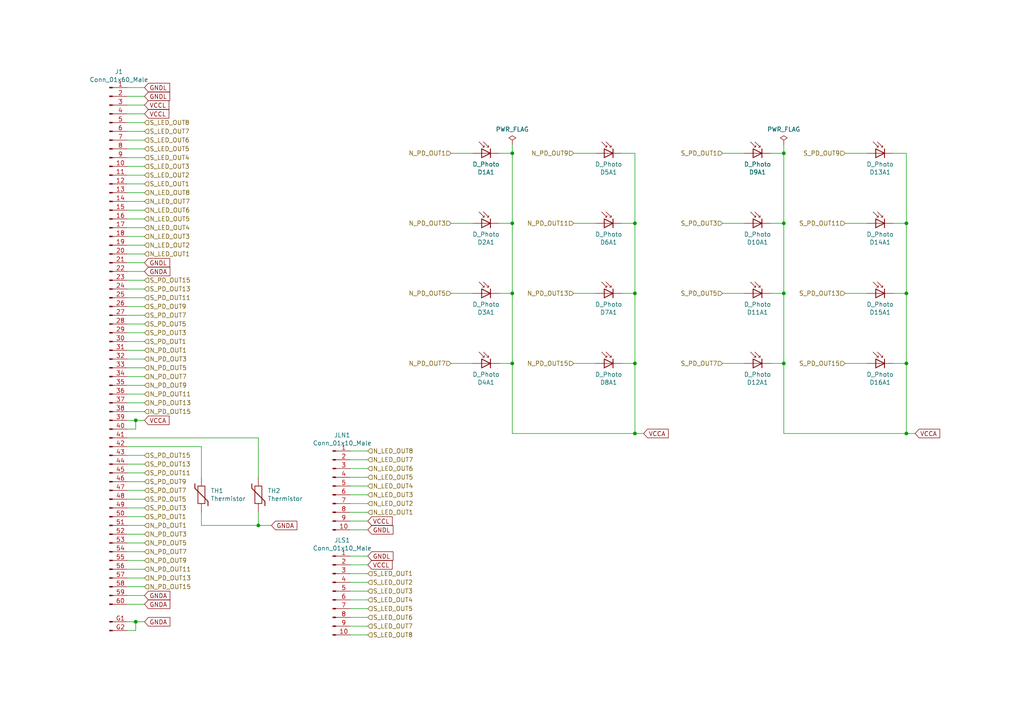
<source format=kicad_sch>
(kicad_sch (version 20211123) (generator eeschema)
  (paper "A4")
  (lib_symbols
    (symbol "Connector:Conn_01x10_Male" (pin_names (offset 1.016) hide)
      (property "Reference" "J" (at 0 12.7 0))
      (property "Value" "Conn_01x10_Male" (at 0 -15.24 0))
      (symbol "Conn_01x10_Male_1_1"
        (polyline (pts (xy 1.27 -12.7) (xy 0.8636 -12.7)) (stroke (width 0.1524)))
        (polyline (pts (xy 1.27 -10.16) (xy 0.8636 -10.16)) (stroke (width 0.1524)))
        (polyline (pts (xy 1.27 -7.62) (xy 0.8636 -7.62)) (stroke (width 0.1524)))
        (polyline (pts (xy 1.27 -5.08) (xy 0.8636 -5.08)) (stroke (width 0.1524)))
        (polyline (pts (xy 1.27 -2.54) (xy 0.8636 -2.54)) (stroke (width 0.1524)))
        (polyline (pts (xy 1.27 0) (xy 0.8636 0)) (stroke (width 0.1524)))
        (polyline (pts (xy 1.27 2.54) (xy 0.8636 2.54)) (stroke (width 0.1524)))
        (polyline (pts (xy 1.27 5.08) (xy 0.8636 5.08)) (stroke (width 0.1524)))
        (polyline (pts (xy 1.27 7.62) (xy 0.8636 7.62)) (stroke (width 0.1524)))
        (polyline (pts (xy 1.27 10.16) (xy 0.8636 10.16)) (stroke (width 0.1524)))
        (rectangle (start 0.8636 -12.573) (end 0 -12.827) (stroke (width 0.1524)) (fill (type outline)))
        (rectangle (start 0.8636 -10.033) (end 0 -10.287) (stroke (width 0.1524)) (fill (type outline)))
        (rectangle (start 0.8636 -7.493) (end 0 -7.747) (stroke (width 0.1524)) (fill (type outline)))
        (rectangle (start 0.8636 -4.953) (end 0 -5.207) (stroke (width 0.1524)) (fill (type outline)))
        (rectangle (start 0.8636 -2.413) (end 0 -2.667) (stroke (width 0.1524)) (fill (type outline)))
        (rectangle (start 0.8636 0.127) (end 0 -0.127) (stroke (width 0.1524)) (fill (type outline)))
        (rectangle (start 0.8636 2.667) (end 0 2.413) (stroke (width 0.1524)) (fill (type outline)))
        (rectangle (start 0.8636 5.207) (end 0 4.953) (stroke (width 0.1524)) (fill (type outline)))
        (rectangle (start 0.8636 7.747) (end 0 7.493) (stroke (width 0.1524)) (fill (type outline)))
        (rectangle (start 0.8636 10.287) (end 0 10.033) (stroke (width 0.1524)) (fill (type outline)))
        (pin passive line (at 5.08 10.16 180) (length 3.81) (name "Pin_1") (number "1"))
        (pin passive line (at 5.08 -12.7 180) (length 3.81) (name "Pin_10") (number "10"))
        (pin passive line (at 5.08 7.62 180) (length 3.81) (name "Pin_2") (number "2"))
        (pin passive line (at 5.08 5.08 180) (length 3.81) (name "Pin_3") (number "3"))
        (pin passive line (at 5.08 2.54 180) (length 3.81) (name "Pin_4") (number "4"))
        (pin passive line (at 5.08 0 180) (length 3.81) (name "Pin_5") (number "5"))
        (pin passive line (at 5.08 -2.54 180) (length 3.81) (name "Pin_6") (number "6"))
        (pin passive line (at 5.08 -5.08 180) (length 3.81) (name "Pin_7") (number "7"))
        (pin passive line (at 5.08 -7.62 180) (length 3.81) (name "Pin_8") (number "8"))
        (pin passive line (at 5.08 -10.16 180) (length 3.81) (name "Pin_9") (number "9"))
      )
    )
    (symbol "Device:D_Photo" (pin_numbers hide) (pin_names hide)
      (property "Reference" "D" (at 0.508 1.778 0))
      (property "Value" "D_Photo" (at -1.016 -2.794 0))
      (symbol "D_Photo_0_1"
        (polyline (pts (xy -2.54 1.27) (xy -2.54 -1.27)) (stroke (width 0.254)))
        (polyline (pts (xy -2.032 1.778) (xy -1.524 1.778)))
        (polyline (pts (xy 0 0) (xy -2.54 0)))
        (polyline (pts (xy -0.508 3.302) (xy -2.032 1.778) (xy -2.032 2.286)))
        (polyline (pts (xy 0 -1.27) (xy 0 1.27) (xy -2.54 0) (xy 0 -1.27)) (stroke (width 0.254)))
        (polyline (pts (xy 0.762 3.302) (xy -0.762 1.778) (xy -0.762 2.286) (xy -0.762 1.778) (xy -0.254 1.778)))
      )
      (symbol "D_Photo_1_1"
        (pin passive line (at -5.08 0 0) (length 2.54) (name "K") (number "1"))
        (pin passive line (at 2.54 0 180) (length 2.54) (name "A") (number "2"))
      )
    )
    (symbol "Device:Thermistor" (pin_numbers hide) (pin_names (offset 0))
      (property "Reference" "TH" (at 2.54 1.27 90))
      (property "Value" "Thermistor" (at -2.54 0 90))
      (symbol "Thermistor_0_1"
        (rectangle (start -1.016 2.54) (end 1.016 -2.54) (stroke (width 0.2032)))
        (polyline (pts (xy -1.905 3.175) (xy -1.905 1.905) (xy 1.905 -1.905) (xy 1.905 -3.175) (xy 1.905 -3.175)) (stroke (width 0.254)))
      )
      (symbol "Thermistor_1_1"
        (pin passive line (at 0 5.08 270) (length 2.54) (name "~") (number "1"))
        (pin passive line (at 0 -5.08 90) (length 2.54) (name "~") (number "2"))
      )
    )
    (symbol "Ninja-qPCR:Conn_01x60_Male" (pin_names (offset 1.016) hide)
      (property "Reference" "J" (at 0 50.8 0))
      (property "Value" "Conn_01x60_Male" (at 1.27 -113.03 0))
      (symbol "Conn_01x60_Male_1_1"
        (polyline (pts (xy 1.27 -109.22) (xy 0.8636 -109.22)) (stroke (width 0.1524)))
        (polyline (pts (xy 1.27 -106.68) (xy 0.8636 -106.68)) (stroke (width 0.1524)))
        (polyline (pts (xy 1.27 -101.6) (xy 0.8636 -101.6)) (stroke (width 0.1524)))
        (polyline (pts (xy 1.27 -99.06) (xy 0.8636 -99.06)) (stroke (width 0.1524)))
        (polyline (pts (xy 1.27 -96.52) (xy 0.8636 -96.52)) (stroke (width 0.1524)))
        (polyline (pts (xy 1.27 -93.98) (xy 0.8636 -93.98)) (stroke (width 0.1524)))
        (polyline (pts (xy 1.27 -91.44) (xy 0.8636 -91.44)) (stroke (width 0.1524)))
        (polyline (pts (xy 1.27 -88.9) (xy 0.8636 -88.9)) (stroke (width 0.1524)))
        (polyline (pts (xy 1.27 -86.36) (xy 0.8636 -86.36)) (stroke (width 0.1524)))
        (polyline (pts (xy 1.27 -83.82) (xy 0.8636 -83.82)) (stroke (width 0.1524)))
        (polyline (pts (xy 1.27 -81.28) (xy 0.8636 -81.28)) (stroke (width 0.1524)))
        (polyline (pts (xy 1.27 -78.74) (xy 0.8636 -78.74)) (stroke (width 0.1524)))
        (polyline (pts (xy 1.27 -76.2) (xy 0.8636 -76.2)) (stroke (width 0.1524)))
        (polyline (pts (xy 1.27 -73.66) (xy 0.8636 -73.66)) (stroke (width 0.1524)))
        (polyline (pts (xy 1.27 -71.12) (xy 0.8636 -71.12)) (stroke (width 0.1524)))
        (polyline (pts (xy 1.27 -68.58) (xy 0.8636 -68.58)) (stroke (width 0.1524)))
        (polyline (pts (xy 1.27 -66.04) (xy 0.8636 -66.04)) (stroke (width 0.1524)))
        (polyline (pts (xy 1.27 -63.5) (xy 0.8636 -63.5)) (stroke (width 0.1524)))
        (polyline (pts (xy 1.27 -60.96) (xy 0.8636 -60.96)) (stroke (width 0.1524)))
        (polyline (pts (xy 1.27 -58.42) (xy 0.8636 -58.42)) (stroke (width 0.1524)))
        (polyline (pts (xy 1.27 -55.88) (xy 0.8636 -55.88)) (stroke (width 0.1524)))
        (polyline (pts (xy 1.27 -53.34) (xy 0.8636 -53.34)) (stroke (width 0.1524)))
        (polyline (pts (xy 1.27 -50.8) (xy 0.8636 -50.8)) (stroke (width 0.1524)))
        (polyline (pts (xy 1.27 -48.26) (xy 0.8636 -48.26)) (stroke (width 0.1524)))
        (polyline (pts (xy 1.27 -45.72) (xy 0.8636 -45.72)) (stroke (width 0.1524)))
        (polyline (pts (xy 1.27 -43.18) (xy 0.8636 -43.18)) (stroke (width 0.1524)))
        (polyline (pts (xy 1.27 -40.64) (xy 0.8636 -40.64)) (stroke (width 0.1524)))
        (polyline (pts (xy 1.27 -38.1) (xy 0.8636 -38.1)) (stroke (width 0.1524)))
        (polyline (pts (xy 1.27 -35.56) (xy 0.8636 -35.56)) (stroke (width 0.1524)))
        (polyline (pts (xy 1.27 -33.02) (xy 0.8636 -33.02)) (stroke (width 0.1524)))
        (polyline (pts (xy 1.27 -30.48) (xy 0.8636 -30.48)) (stroke (width 0.1524)))
        (polyline (pts (xy 1.27 -27.94) (xy 0.8636 -27.94)) (stroke (width 0.1524)))
        (polyline (pts (xy 1.27 -25.4) (xy 0.8636 -25.4)) (stroke (width 0.1524)))
        (polyline (pts (xy 1.27 -22.86) (xy 0.8636 -22.86)) (stroke (width 0.1524)))
        (polyline (pts (xy 1.27 -20.32) (xy 0.8636 -20.32)) (stroke (width 0.1524)))
        (polyline (pts (xy 1.27 -17.78) (xy 0.8636 -17.78)) (stroke (width 0.1524)))
        (polyline (pts (xy 1.27 -15.24) (xy 0.8636 -15.24)) (stroke (width 0.1524)))
        (polyline (pts (xy 1.27 -12.7) (xy 0.8636 -12.7)) (stroke (width 0.1524)))
        (polyline (pts (xy 1.27 -10.16) (xy 0.8636 -10.16)) (stroke (width 0.1524)))
        (polyline (pts (xy 1.27 -7.62) (xy 0.8636 -7.62)) (stroke (width 0.1524)))
        (polyline (pts (xy 1.27 -5.08) (xy 0.8636 -5.08)) (stroke (width 0.1524)))
        (polyline (pts (xy 1.27 -2.54) (xy 0.8636 -2.54)) (stroke (width 0.1524)))
        (polyline (pts (xy 1.27 0) (xy 0.8636 0)) (stroke (width 0.1524)))
        (polyline (pts (xy 1.27 2.54) (xy 0.8636 2.54)) (stroke (width 0.1524)))
        (polyline (pts (xy 1.27 5.08) (xy 0.8636 5.08)) (stroke (width 0.1524)))
        (polyline (pts (xy 1.27 7.62) (xy 0.8636 7.62)) (stroke (width 0.1524)))
        (polyline (pts (xy 1.27 10.16) (xy 0.8636 10.16)) (stroke (width 0.1524)))
        (polyline (pts (xy 1.27 12.7) (xy 0.8636 12.7)) (stroke (width 0.1524)))
        (polyline (pts (xy 1.27 15.24) (xy 0.8636 15.24)) (stroke (width 0.1524)))
        (polyline (pts (xy 1.27 17.78) (xy 0.8636 17.78)) (stroke (width 0.1524)))
        (polyline (pts (xy 1.27 20.32) (xy 0.8636 20.32)) (stroke (width 0.1524)))
        (polyline (pts (xy 1.27 22.86) (xy 0.8636 22.86)) (stroke (width 0.1524)))
        (polyline (pts (xy 1.27 25.4) (xy 0.8636 25.4)) (stroke (width 0.1524)))
        (polyline (pts (xy 1.27 27.94) (xy 0.8636 27.94)) (stroke (width 0.1524)))
        (polyline (pts (xy 1.27 30.48) (xy 0.8636 30.48)) (stroke (width 0.1524)))
        (polyline (pts (xy 1.27 33.02) (xy 0.8636 33.02)) (stroke (width 0.1524)))
        (polyline (pts (xy 1.27 35.56) (xy 0.8636 35.56)) (stroke (width 0.1524)))
        (polyline (pts (xy 1.27 38.1) (xy 0.8636 38.1)) (stroke (width 0.1524)))
        (polyline (pts (xy 1.27 40.64) (xy 0.8636 40.64)) (stroke (width 0.1524)))
        (polyline (pts (xy 1.27 43.18) (xy 0.8636 43.18)) (stroke (width 0.1524)))
        (polyline (pts (xy 1.27 45.72) (xy 0.8636 45.72)) (stroke (width 0.1524)))
        (polyline (pts (xy 1.27 48.26) (xy 0.8636 48.26)) (stroke (width 0.1524)))
        (rectangle (start 0.8636 -109.093) (end 0 -109.347) (stroke (width 0.1524)) (fill (type outline)))
        (rectangle (start 0.8636 -106.553) (end 0 -106.807) (stroke (width 0.1524)) (fill (type outline)))
        (rectangle (start 0.8636 -101.473) (end 0 -101.727) (stroke (width 0.1524)) (fill (type outline)))
        (rectangle (start 0.8636 -98.933) (end 0 -99.187) (stroke (width 0.1524)) (fill (type outline)))
        (rectangle (start 0.8636 -96.393) (end 0 -96.647) (stroke (width 0.1524)) (fill (type outline)))
        (rectangle (start 0.8636 -93.853) (end 0 -94.107) (stroke (width 0.1524)) (fill (type outline)))
        (rectangle (start 0.8636 -91.313) (end 0 -91.567) (stroke (width 0.1524)) (fill (type outline)))
        (rectangle (start 0.8636 -88.773) (end 0 -89.027) (stroke (width 0.1524)) (fill (type outline)))
        (rectangle (start 0.8636 -86.233) (end 0 -86.487) (stroke (width 0.1524)) (fill (type outline)))
        (rectangle (start 0.8636 -83.693) (end 0 -83.947) (stroke (width 0.1524)) (fill (type outline)))
        (rectangle (start 0.8636 -81.153) (end 0 -81.407) (stroke (width 0.1524)) (fill (type outline)))
        (rectangle (start 0.8636 -78.613) (end 0 -78.867) (stroke (width 0.1524)) (fill (type outline)))
        (rectangle (start 0.8636 -76.073) (end 0 -76.327) (stroke (width 0.1524)) (fill (type outline)))
        (rectangle (start 0.8636 -73.533) (end 0 -73.787) (stroke (width 0.1524)) (fill (type outline)))
        (rectangle (start 0.8636 -70.993) (end 0 -71.247) (stroke (width 0.1524)) (fill (type outline)))
        (rectangle (start 0.8636 -68.453) (end 0 -68.707) (stroke (width 0.1524)) (fill (type outline)))
        (rectangle (start 0.8636 -65.913) (end 0 -66.167) (stroke (width 0.1524)) (fill (type outline)))
        (rectangle (start 0.8636 -63.373) (end 0 -63.627) (stroke (width 0.1524)) (fill (type outline)))
        (rectangle (start 0.8636 -60.833) (end 0 -61.087) (stroke (width 0.1524)) (fill (type outline)))
        (rectangle (start 0.8636 -58.293) (end 0 -58.547) (stroke (width 0.1524)) (fill (type outline)))
        (rectangle (start 0.8636 -55.753) (end 0 -56.007) (stroke (width 0.1524)) (fill (type outline)))
        (rectangle (start 0.8636 -53.213) (end 0 -53.467) (stroke (width 0.1524)) (fill (type outline)))
        (rectangle (start 0.8636 -50.673) (end 0 -50.927) (stroke (width 0.1524)) (fill (type outline)))
        (rectangle (start 0.8636 -48.133) (end 0 -48.387) (stroke (width 0.1524)) (fill (type outline)))
        (rectangle (start 0.8636 -45.593) (end 0 -45.847) (stroke (width 0.1524)) (fill (type outline)))
        (rectangle (start 0.8636 -43.053) (end 0 -43.307) (stroke (width 0.1524)) (fill (type outline)))
        (rectangle (start 0.8636 -40.513) (end 0 -40.767) (stroke (width 0.1524)) (fill (type outline)))
        (rectangle (start 0.8636 -37.973) (end 0 -38.227) (stroke (width 0.1524)) (fill (type outline)))
        (rectangle (start 0.8636 -35.433) (end 0 -35.687) (stroke (width 0.1524)) (fill (type outline)))
        (rectangle (start 0.8636 -32.893) (end 0 -33.147) (stroke (width 0.1524)) (fill (type outline)))
        (rectangle (start 0.8636 -30.353) (end 0 -30.607) (stroke (width 0.1524)) (fill (type outline)))
        (rectangle (start 0.8636 -27.813) (end 0 -28.067) (stroke (width 0.1524)) (fill (type outline)))
        (rectangle (start 0.8636 -25.273) (end 0 -25.527) (stroke (width 0.1524)) (fill (type outline)))
        (rectangle (start 0.8636 -22.733) (end 0 -22.987) (stroke (width 0.1524)) (fill (type outline)))
        (rectangle (start 0.8636 -20.193) (end 0 -20.447) (stroke (width 0.1524)) (fill (type outline)))
        (rectangle (start 0.8636 -17.653) (end 0 -17.907) (stroke (width 0.1524)) (fill (type outline)))
        (rectangle (start 0.8636 -15.113) (end 0 -15.367) (stroke (width 0.1524)) (fill (type outline)))
        (rectangle (start 0.8636 -12.573) (end 0 -12.827) (stroke (width 0.1524)) (fill (type outline)))
        (rectangle (start 0.8636 -10.033) (end 0 -10.287) (stroke (width 0.1524)) (fill (type outline)))
        (rectangle (start 0.8636 -7.493) (end 0 -7.747) (stroke (width 0.1524)) (fill (type outline)))
        (rectangle (start 0.8636 -4.953) (end 0 -5.207) (stroke (width 0.1524)) (fill (type outline)))
        (rectangle (start 0.8636 -2.413) (end 0 -2.667) (stroke (width 0.1524)) (fill (type outline)))
        (rectangle (start 0.8636 0.127) (end 0 -0.127) (stroke (width 0.1524)) (fill (type outline)))
        (rectangle (start 0.8636 2.667) (end 0 2.413) (stroke (width 0.1524)) (fill (type outline)))
        (rectangle (start 0.8636 5.207) (end 0 4.953) (stroke (width 0.1524)) (fill (type outline)))
        (rectangle (start 0.8636 7.747) (end 0 7.493) (stroke (width 0.1524)) (fill (type outline)))
        (rectangle (start 0.8636 10.287) (end 0 10.033) (stroke (width 0.1524)) (fill (type outline)))
        (rectangle (start 0.8636 12.827) (end 0 12.573) (stroke (width 0.1524)) (fill (type outline)))
        (rectangle (start 0.8636 15.367) (end 0 15.113) (stroke (width 0.1524)) (fill (type outline)))
        (rectangle (start 0.8636 17.907) (end 0 17.653) (stroke (width 0.1524)) (fill (type outline)))
        (rectangle (start 0.8636 20.447) (end 0 20.193) (stroke (width 0.1524)) (fill (type outline)))
        (rectangle (start 0.8636 22.987) (end 0 22.733) (stroke (width 0.1524)) (fill (type outline)))
        (rectangle (start 0.8636 25.527) (end 0 25.273) (stroke (width 0.1524)) (fill (type outline)))
        (rectangle (start 0.8636 28.067) (end 0 27.813) (stroke (width 0.1524)) (fill (type outline)))
        (rectangle (start 0.8636 30.607) (end 0 30.353) (stroke (width 0.1524)) (fill (type outline)))
        (rectangle (start 0.8636 33.147) (end 0 32.893) (stroke (width 0.1524)) (fill (type outline)))
        (rectangle (start 0.8636 35.687) (end 0 35.433) (stroke (width 0.1524)) (fill (type outline)))
        (rectangle (start 0.8636 38.227) (end 0 37.973) (stroke (width 0.1524)) (fill (type outline)))
        (rectangle (start 0.8636 40.767) (end 0 40.513) (stroke (width 0.1524)) (fill (type outline)))
        (rectangle (start 0.8636 43.307) (end 0 43.053) (stroke (width 0.1524)) (fill (type outline)))
        (rectangle (start 0.8636 45.847) (end 0 45.593) (stroke (width 0.1524)) (fill (type outline)))
        (rectangle (start 0.8636 48.387) (end 0 48.133) (stroke (width 0.1524)) (fill (type outline)))
        (pin passive line (at 5.08 48.26 180) (length 3.81) (name "Pin_1") (number "1"))
        (pin passive line (at 5.08 25.4 180) (length 3.81) (name "Pin_10") (number "10"))
        (pin passive line (at 5.08 22.86 180) (length 3.81) (name "Pin_11") (number "11"))
        (pin passive line (at 5.08 20.32 180) (length 3.81) (name "Pin_12") (number "12"))
        (pin passive line (at 5.08 17.78 180) (length 3.81) (name "Pin_13") (number "13"))
        (pin passive line (at 5.08 15.24 180) (length 3.81) (name "Pin_14") (number "14"))
        (pin passive line (at 5.08 12.7 180) (length 3.81) (name "Pin_15") (number "15"))
        (pin passive line (at 5.08 10.16 180) (length 3.81) (name "Pin_16") (number "16"))
        (pin passive line (at 5.08 7.62 180) (length 3.81) (name "Pin_17") (number "17"))
        (pin passive line (at 5.08 5.08 180) (length 3.81) (name "Pin_18") (number "18"))
        (pin passive line (at 5.08 2.54 180) (length 3.81) (name "Pin_19") (number "19"))
        (pin passive line (at 5.08 45.72 180) (length 3.81) (name "Pin_2") (number "2"))
        (pin passive line (at 5.08 0 180) (length 3.81) (name "Pin_20") (number "20"))
        (pin passive line (at 5.08 -2.54 180) (length 3.81) (name "Pin_21") (number "21"))
        (pin passive line (at 5.08 -5.08 180) (length 3.81) (name "Pin_22") (number "22"))
        (pin passive line (at 5.08 -7.62 180) (length 3.81) (name "Pin_23") (number "23"))
        (pin passive line (at 5.08 -10.16 180) (length 3.81) (name "Pin_24") (number "24"))
        (pin passive line (at 5.08 -12.7 180) (length 3.81) (name "Pin_25") (number "25"))
        (pin passive line (at 5.08 -15.24 180) (length 3.81) (name "Pin_26") (number "26"))
        (pin passive line (at 5.08 -17.78 180) (length 3.81) (name "Pin_27") (number "27"))
        (pin passive line (at 5.08 -20.32 180) (length 3.81) (name "Pin_28") (number "28"))
        (pin passive line (at 5.08 -22.86 180) (length 3.81) (name "Pin_29") (number "29"))
        (pin passive line (at 5.08 43.18 180) (length 3.81) (name "Pin_3") (number "3"))
        (pin passive line (at 5.08 -25.4 180) (length 3.81) (name "Pin_30") (number "30"))
        (pin passive line (at 5.08 -27.94 180) (length 3.81) (name "Pin_31") (number "31"))
        (pin passive line (at 5.08 -30.48 180) (length 3.81) (name "Pin_32") (number "32"))
        (pin passive line (at 5.08 -33.02 180) (length 3.81) (name "Pin_33") (number "33"))
        (pin passive line (at 5.08 -35.56 180) (length 3.81) (name "Pin_34") (number "34"))
        (pin passive line (at 5.08 -38.1 180) (length 3.81) (name "Pin_35") (number "35"))
        (pin passive line (at 5.08 -40.64 180) (length 3.81) (name "Pin_36") (number "36"))
        (pin passive line (at 5.08 -43.18 180) (length 3.81) (name "Pin_37") (number "37"))
        (pin passive line (at 5.08 -45.72 180) (length 3.81) (name "Pin_38") (number "38"))
        (pin passive line (at 5.08 -48.26 180) (length 3.81) (name "Pin_39") (number "39"))
        (pin passive line (at 5.08 40.64 180) (length 3.81) (name "Pin_4") (number "4"))
        (pin passive line (at 5.08 -50.8 180) (length 3.81) (name "Pin_40") (number "40"))
        (pin passive line (at 5.08 -53.34 180) (length 3.81) (name "Pin_41") (number "41"))
        (pin passive line (at 5.08 -55.88 180) (length 3.81) (name "Pin_42") (number "42"))
        (pin passive line (at 5.08 -58.42 180) (length 3.81) (name "Pin_43") (number "43"))
        (pin passive line (at 5.08 -60.96 180) (length 3.81) (name "Pin_44") (number "44"))
        (pin passive line (at 5.08 -63.5 180) (length 3.81) (name "Pin_45") (number "45"))
        (pin passive line (at 5.08 -66.04 180) (length 3.81) (name "Pin_46") (number "46"))
        (pin passive line (at 5.08 -68.58 180) (length 3.81) (name "Pin_47") (number "47"))
        (pin passive line (at 5.08 -71.12 180) (length 3.81) (name "Pin_48") (number "48"))
        (pin passive line (at 5.08 -73.66 180) (length 3.81) (name "Pin_49") (number "49"))
        (pin passive line (at 5.08 38.1 180) (length 3.81) (name "Pin_5") (number "5"))
        (pin passive line (at 5.08 -76.2 180) (length 3.81) (name "Pin_50") (number "50"))
        (pin passive line (at 5.08 -78.74 180) (length 3.81) (name "Pin_51") (number "51"))
        (pin passive line (at 5.08 -81.28 180) (length 3.81) (name "Pin_52") (number "52"))
        (pin passive line (at 5.08 -83.82 180) (length 3.81) (name "Pin_53") (number "53"))
        (pin passive line (at 5.08 -86.36 180) (length 3.81) (name "Pin_54") (number "54"))
        (pin passive line (at 5.08 -88.9 180) (length 3.81) (name "Pin_55") (number "55"))
        (pin passive line (at 5.08 -91.44 180) (length 3.81) (name "Pin_56") (number "56"))
        (pin passive line (at 5.08 -93.98 180) (length 3.81) (name "Pin_57") (number "57"))
        (pin passive line (at 5.08 -96.52 180) (length 3.81) (name "Pin_58") (number "58"))
        (pin passive line (at 5.08 -99.06 180) (length 3.81) (name "Pin_59") (number "59"))
        (pin passive line (at 5.08 35.56 180) (length 3.81) (name "Pin_6") (number "6"))
        (pin passive line (at 5.08 -101.6 180) (length 3.81) (name "Pin_60") (number "60"))
        (pin passive line (at 5.08 33.02 180) (length 3.81) (name "Pin_7") (number "7"))
        (pin passive line (at 5.08 30.48 180) (length 3.81) (name "Pin_8") (number "8"))
        (pin passive line (at 5.08 27.94 180) (length 3.81) (name "Pin_9") (number "9"))
        (pin passive line (at 5.08 -106.68 180) (length 3.81) (name "Pin_G1") (number "G1"))
        (pin passive line (at 5.08 -109.22 180) (length 3.81) (name "Pin_G2") (number "G2"))
      )
    )
    (symbol "power:PWR_FLAG" (power) (pin_numbers hide) (pin_names (offset 0) hide)
      (property "Value" "PWR_FLAG" (at 0 3.81 0))
      (symbol "PWR_FLAG_0_0"
        (pin power_out line (at 0 0 90) (length 0) (name "pwr") (number "1"))
      )
      (symbol "PWR_FLAG_0_1"
        (polyline (pts (xy 0 0) (xy 0 1.27) (xy -1.016 1.905) (xy 0 2.54) (xy 1.016 1.905) (xy 0 1.27)))
      )
    )
  )
  (junction (at 262.89 85.09))
  (junction (at 262.89 125.73))
  (junction (at 74.93 152.4))
  (junction (at 39.37 121.92))
  (junction (at 227.33 64.77))
  (junction (at 148.59 85.09))
  (junction (at 227.33 44.45))
  (junction (at 227.33 105.41))
  (junction (at 184.15 105.41))
  (junction (at 39.37 180.34))
  (junction (at 184.15 64.77))
  (junction (at 227.33 85.09))
  (junction (at 262.89 64.77))
  (junction (at 148.59 64.77))
  (junction (at 184.15 125.73))
  (junction (at 148.59 105.41))
  (junction (at 184.15 85.09))
  (junction (at 262.89 105.41))
  (junction (at 148.59 44.45))
  (wire (pts (xy 227.33 85.09) (xy 227.33 105.41)))
  (wire (pts (xy 74.93 127) (xy 74.93 138.43)))
  (wire (pts (xy 106.68 184.15) (xy 101.6 184.15)))
  (wire (pts (xy 36.83 142.24) (xy 41.91 142.24)))
  (wire (pts (xy 223.52 64.77) (xy 227.33 64.77)))
  (wire (pts (xy 36.83 48.26) (xy 41.91 48.26)))
  (wire (pts (xy 36.83 175.26) (xy 41.91 175.26)))
  (wire (pts (xy 144.78 105.41) (xy 148.59 105.41)))
  (wire (pts (xy 106.68 171.45) (xy 101.6 171.45)))
  (wire (pts (xy 148.59 44.45) (xy 148.59 64.77)))
  (wire (pts (xy 262.89 105.41) (xy 262.89 125.73)))
  (wire (pts (xy 106.68 146.05) (xy 101.6 146.05)))
  (wire (pts (xy 36.83 147.32) (xy 41.91 147.32)))
  (wire (pts (xy 74.93 152.4) (xy 78.74 152.4)))
  (wire (pts (xy 36.83 99.06) (xy 41.91 99.06)))
  (wire (pts (xy 39.37 124.46) (xy 39.37 121.92)))
  (wire (pts (xy 101.6 148.59) (xy 106.68 148.59)))
  (wire (pts (xy 36.83 104.14) (xy 41.91 104.14)))
  (wire (pts (xy 36.83 53.34) (xy 41.91 53.34)))
  (wire (pts (xy 36.83 73.66) (xy 41.91 73.66)))
  (wire (pts (xy 245.11 44.45) (xy 251.46 44.45)))
  (wire (pts (xy 36.83 43.18) (xy 41.91 43.18)))
  (wire (pts (xy 36.83 58.42) (xy 41.91 58.42)))
  (wire (pts (xy 144.78 85.09) (xy 148.59 85.09)))
  (wire (pts (xy 223.52 44.45) (xy 227.33 44.45)))
  (wire (pts (xy 166.37 44.45) (xy 172.72 44.45)))
  (wire (pts (xy 184.15 125.73) (xy 148.59 125.73)))
  (wire (pts (xy 180.34 105.41) (xy 184.15 105.41)))
  (wire (pts (xy 36.83 76.2) (xy 41.91 76.2)))
  (wire (pts (xy 36.83 111.76) (xy 41.91 111.76)))
  (wire (pts (xy 36.83 68.58) (xy 41.91 68.58)))
  (wire (pts (xy 106.68 151.13) (xy 101.6 151.13)))
  (wire (pts (xy 36.83 180.34) (xy 39.37 180.34)))
  (wire (pts (xy 36.83 160.02) (xy 41.91 160.02)))
  (wire (pts (xy 36.83 106.68) (xy 41.91 106.68)))
  (wire (pts (xy 74.93 148.59) (xy 74.93 152.4)))
  (wire (pts (xy 130.81 105.41) (xy 137.16 105.41)))
  (wire (pts (xy 106.68 135.89) (xy 101.6 135.89)))
  (wire (pts (xy 36.83 116.84) (xy 41.91 116.84)))
  (wire (pts (xy 144.78 44.45) (xy 148.59 44.45)))
  (wire (pts (xy 101.6 138.43) (xy 106.68 138.43)))
  (wire (pts (xy 148.59 41.91) (xy 148.59 44.45)))
  (wire (pts (xy 36.83 86.36) (xy 41.91 86.36)))
  (wire (pts (xy 36.83 172.72) (xy 41.91 172.72)))
  (wire (pts (xy 184.15 44.45) (xy 184.15 64.77)))
  (wire (pts (xy 36.83 50.8) (xy 41.91 50.8)))
  (wire (pts (xy 227.33 105.41) (xy 227.33 125.73)))
  (wire (pts (xy 36.83 66.04) (xy 41.91 66.04)))
  (wire (pts (xy 36.83 165.1) (xy 41.91 165.1)))
  (wire (pts (xy 180.34 44.45) (xy 184.15 44.45)))
  (wire (pts (xy 36.83 25.4) (xy 41.91 25.4)))
  (wire (pts (xy 106.68 166.37) (xy 101.6 166.37)))
  (wire (pts (xy 36.83 93.98) (xy 41.91 93.98)))
  (wire (pts (xy 259.08 64.77) (xy 262.89 64.77)))
  (wire (pts (xy 245.11 105.41) (xy 251.46 105.41)))
  (wire (pts (xy 262.89 85.09) (xy 262.89 105.41)))
  (wire (pts (xy 36.83 157.48) (xy 41.91 157.48)))
  (wire (pts (xy 106.68 179.07) (xy 101.6 179.07)))
  (wire (pts (xy 223.52 85.09) (xy 227.33 85.09)))
  (wire (pts (xy 36.83 170.18) (xy 41.91 170.18)))
  (wire (pts (xy 36.83 88.9) (xy 41.91 88.9)))
  (wire (pts (xy 36.83 38.1) (xy 41.91 38.1)))
  (wire (pts (xy 36.83 154.94) (xy 41.91 154.94)))
  (wire (pts (xy 262.89 125.73) (xy 227.33 125.73)))
  (wire (pts (xy 36.83 81.28) (xy 41.91 81.28)))
  (wire (pts (xy 36.83 124.46) (xy 39.37 124.46)))
  (wire (pts (xy 106.68 173.99) (xy 101.6 173.99)))
  (wire (pts (xy 223.52 105.41) (xy 227.33 105.41)))
  (wire (pts (xy 36.83 91.44) (xy 41.91 91.44)))
  (wire (pts (xy 106.68 163.83) (xy 101.6 163.83)))
  (wire (pts (xy 245.11 85.09) (xy 251.46 85.09)))
  (wire (pts (xy 36.83 139.7) (xy 41.91 139.7)))
  (wire (pts (xy 130.81 44.45) (xy 137.16 44.45)))
  (wire (pts (xy 36.83 134.62) (xy 41.91 134.62)))
  (wire (pts (xy 36.83 71.12) (xy 41.91 71.12)))
  (wire (pts (xy 259.08 85.09) (xy 262.89 85.09)))
  (wire (pts (xy 148.59 105.41) (xy 148.59 125.73)))
  (wire (pts (xy 36.83 27.94) (xy 41.91 27.94)))
  (wire (pts (xy 36.83 127) (xy 74.93 127)))
  (wire (pts (xy 36.83 45.72) (xy 41.91 45.72)))
  (wire (pts (xy 36.83 63.5) (xy 41.91 63.5)))
  (wire (pts (xy 180.34 64.77) (xy 184.15 64.77)))
  (wire (pts (xy 186.69 125.73) (xy 184.15 125.73)))
  (wire (pts (xy 39.37 121.92) (xy 41.91 121.92)))
  (wire (pts (xy 36.83 152.4) (xy 41.91 152.4)))
  (wire (pts (xy 36.83 35.56) (xy 41.91 35.56)))
  (wire (pts (xy 36.83 162.56) (xy 41.91 162.56)))
  (wire (pts (xy 265.43 125.73) (xy 262.89 125.73)))
  (wire (pts (xy 262.89 44.45) (xy 262.89 64.77)))
  (wire (pts (xy 106.68 176.53) (xy 101.6 176.53)))
  (wire (pts (xy 166.37 105.41) (xy 172.72 105.41)))
  (wire (pts (xy 166.37 64.77) (xy 172.72 64.77)))
  (wire (pts (xy 184.15 64.77) (xy 184.15 85.09)))
  (wire (pts (xy 36.83 101.6) (xy 41.91 101.6)))
  (wire (pts (xy 36.83 167.64) (xy 41.91 167.64)))
  (wire (pts (xy 227.33 64.77) (xy 227.33 85.09)))
  (wire (pts (xy 36.83 129.54) (xy 58.42 129.54)))
  (wire (pts (xy 36.83 40.64) (xy 41.91 40.64)))
  (wire (pts (xy 36.83 137.16) (xy 41.91 137.16)))
  (wire (pts (xy 101.6 153.67) (xy 106.68 153.67)))
  (wire (pts (xy 58.42 152.4) (xy 74.93 152.4)))
  (wire (pts (xy 106.68 181.61) (xy 101.6 181.61)))
  (wire (pts (xy 180.34 85.09) (xy 184.15 85.09)))
  (wire (pts (xy 130.81 85.09) (xy 137.16 85.09)))
  (wire (pts (xy 36.83 83.82) (xy 41.91 83.82)))
  (wire (pts (xy 39.37 182.88) (xy 39.37 180.34)))
  (wire (pts (xy 39.37 180.34) (xy 41.91 180.34)))
  (wire (pts (xy 36.83 30.48) (xy 41.91 30.48)))
  (wire (pts (xy 209.55 105.41) (xy 215.9 105.41)))
  (wire (pts (xy 209.55 44.45) (xy 215.9 44.45)))
  (wire (pts (xy 184.15 85.09) (xy 184.15 105.41)))
  (wire (pts (xy 36.83 121.92) (xy 39.37 121.92)))
  (wire (pts (xy 106.68 130.81) (xy 101.6 130.81)))
  (wire (pts (xy 36.83 60.96) (xy 41.91 60.96)))
  (wire (pts (xy 130.81 64.77) (xy 137.16 64.77)))
  (wire (pts (xy 36.83 114.3) (xy 41.91 114.3)))
  (wire (pts (xy 148.59 64.77) (xy 148.59 85.09)))
  (wire (pts (xy 227.33 44.45) (xy 227.33 64.77)))
  (wire (pts (xy 36.83 96.52) (xy 41.91 96.52)))
  (wire (pts (xy 148.59 85.09) (xy 148.59 105.41)))
  (wire (pts (xy 101.6 133.35) (xy 106.68 133.35)))
  (wire (pts (xy 36.83 109.22) (xy 41.91 109.22)))
  (wire (pts (xy 166.37 85.09) (xy 172.72 85.09)))
  (wire (pts (xy 106.68 140.97) (xy 101.6 140.97)))
  (wire (pts (xy 106.68 168.91) (xy 101.6 168.91)))
  (wire (pts (xy 58.42 148.59) (xy 58.42 152.4)))
  (wire (pts (xy 259.08 105.41) (xy 262.89 105.41)))
  (wire (pts (xy 262.89 64.77) (xy 262.89 85.09)))
  (wire (pts (xy 184.15 105.41) (xy 184.15 125.73)))
  (wire (pts (xy 106.68 161.29) (xy 101.6 161.29)))
  (wire (pts (xy 245.11 64.77) (xy 251.46 64.77)))
  (wire (pts (xy 36.83 182.88) (xy 39.37 182.88)))
  (wire (pts (xy 209.55 64.77) (xy 215.9 64.77)))
  (wire (pts (xy 36.83 132.08) (xy 41.91 132.08)))
  (wire (pts (xy 36.83 33.02) (xy 41.91 33.02)))
  (wire (pts (xy 36.83 144.78) (xy 41.91 144.78)))
  (wire (pts (xy 209.55 85.09) (xy 215.9 85.09)))
  (wire (pts (xy 36.83 78.74) (xy 41.91 78.74)))
  (wire (pts (xy 36.83 149.86) (xy 41.91 149.86)))
  (wire (pts (xy 227.33 41.91) (xy 227.33 44.45)))
  (wire (pts (xy 36.83 55.88) (xy 41.91 55.88)))
  (wire (pts (xy 101.6 143.51) (xy 106.68 143.51)))
  (wire (pts (xy 58.42 129.54) (xy 58.42 138.43)))
  (wire (pts (xy 259.08 44.45) (xy 262.89 44.45)))
  (wire (pts (xy 144.78 64.77) (xy 148.59 64.77)))
  (wire (pts (xy 36.83 119.38) (xy 41.91 119.38)))
  (global_label "GNDA" (shape input) (at 78.74 152.4 0) (property "Intersheet References" "${INTERSHEET_REFS}" (effects hide)))
  (global_label "GNDA" (shape input) (at 41.91 78.74 0) (property "Intersheet References" "${INTERSHEET_REFS}" (effects hide)))
  (global_label "GNDL" (shape input) (at 41.91 27.94 0) (property "Intersheet References" "${INTERSHEET_REFS}" (effects hide)))
  (global_label "VCCA" (shape input) (at 41.91 121.92 0) (property "Intersheet References" "${INTERSHEET_REFS}" (effects hide)))
  (global_label "VCCL" (shape input) (at 106.68 151.13 0) (property "Intersheet References" "${INTERSHEET_REFS}" (effects hide)))
  (global_label "VCCA" (shape input) (at 186.69 125.73 0) (property "Intersheet References" "${INTERSHEET_REFS}" (effects hide)))
  (global_label "VCCL" (shape input) (at 41.91 33.02 0) (property "Intersheet References" "${INTERSHEET_REFS}" (effects hide)))
  (global_label "GNDA" (shape input) (at 41.91 180.34 0) (property "Intersheet References" "${INTERSHEET_REFS}" (effects hide)))
  (global_label "GNDL" (shape input) (at 106.68 153.67 0) (property "Intersheet References" "${INTERSHEET_REFS}" (effects hide)))
  (global_label "GNDA" (shape input) (at 41.91 175.26 0) (property "Intersheet References" "${INTERSHEET_REFS}" (effects hide)))
  (global_label "VCCL" (shape input) (at 41.91 30.48 0) (property "Intersheet References" "${INTERSHEET_REFS}" (effects hide)))
  (global_label "GNDL" (shape input) (at 41.91 25.4 0) (property "Intersheet References" "${INTERSHEET_REFS}" (effects hide)))
  (global_label "VCCA" (shape input) (at 265.43 125.73 0) (property "Intersheet References" "${INTERSHEET_REFS}" (effects hide)))
  (global_label "GNDA" (shape input) (at 41.91 172.72 0) (property "Intersheet References" "${INTERSHEET_REFS}" (effects hide)))
  (global_label "GNDL" (shape input) (at 41.91 76.2 0) (property "Intersheet References" "${INTERSHEET_REFS}" (effects hide)))
  (global_label "VCCL" (shape input) (at 106.68 163.83 0) (property "Intersheet References" "${INTERSHEET_REFS}" (effects hide)))
  (global_label "GNDL" (shape input) (at 106.68 161.29 0) (property "Intersheet References" "${INTERSHEET_REFS}" (effects hide)))
  (hierarchical_label "S_PD_OUT3" (shape input) (at 41.91 96.52 0))
  (hierarchical_label "S_LED_OUT4" (shape input) (at 106.68 173.99 0))
  (hierarchical_label "N_LED_OUT8" (shape input) (at 106.68 130.81 0))
  (hierarchical_label "N_PD_OUT7" (shape input) (at 130.81 105.41 180))
  (hierarchical_label "S_PD_OUT13" (shape input) (at 245.11 85.09 180))
  (hierarchical_label "N_LED_OUT4" (shape input) (at 41.91 66.04 0))
  (hierarchical_label "S_PD_OUT9" (shape input) (at 41.91 139.7 0))
  (hierarchical_label "S_LED_OUT2" (shape input) (at 41.91 50.8 0))
  (hierarchical_label "N_LED_OUT5" (shape input) (at 106.68 138.43 0))
  (hierarchical_label "S_LED_OUT7" (shape input) (at 106.68 181.61 0))
  (hierarchical_label "N_LED_OUT1" (shape input) (at 41.91 73.66 0))
  (hierarchical_label "S_PD_OUT1" (shape input) (at 209.55 44.45 180))
  (hierarchical_label "S_LED_OUT1" (shape input) (at 41.91 53.34 0))
  (hierarchical_label "S_PD_OUT1" (shape input) (at 41.91 99.06 0))
  (hierarchical_label "S_LED_OUT8" (shape input) (at 106.68 184.15 0))
  (hierarchical_label "N_PD_OUT13" (shape input) (at 166.37 85.09 180))
  (hierarchical_label "N_PD_OUT15" (shape input) (at 41.91 119.38 0))
  (hierarchical_label "N_PD_OUT5" (shape input) (at 130.81 85.09 180))
  (hierarchical_label "S_LED_OUT5" (shape input) (at 106.68 176.53 0))
  (hierarchical_label "S_PD_OUT15" (shape input) (at 41.91 81.28 0))
  (hierarchical_label "S_LED_OUT2" (shape input) (at 106.68 168.91 0))
  (hierarchical_label "S_LED_OUT4" (shape input) (at 41.91 45.72 0))
  (hierarchical_label "N_PD_OUT5" (shape input) (at 41.91 157.48 0))
  (hierarchical_label "N_PD_OUT13" (shape input) (at 41.91 167.64 0))
  (hierarchical_label "S_LED_OUT8" (shape input) (at 41.91 35.56 0))
  (hierarchical_label "S_PD_OUT15" (shape input) (at 41.91 132.08 0))
  (hierarchical_label "N_PD_OUT15" (shape input) (at 166.37 105.41 180))
  (hierarchical_label "S_PD_OUT11" (shape input) (at 245.11 64.77 180))
  (hierarchical_label "S_PD_OUT5" (shape input) (at 41.91 93.98 0))
  (hierarchical_label "N_PD_OUT13" (shape input) (at 41.91 116.84 0))
  (hierarchical_label "S_PD_OUT5" (shape input) (at 209.55 85.09 180))
  (hierarchical_label "S_PD_OUT1" (shape input) (at 41.91 149.86 0))
  (hierarchical_label "N_PD_OUT1" (shape input) (at 41.91 152.4 0))
  (hierarchical_label "N_PD_OUT3" (shape input) (at 41.91 104.14 0))
  (hierarchical_label "S_LED_OUT1" (shape input) (at 106.68 166.37 0))
  (hierarchical_label "N_PD_OUT7" (shape input) (at 41.91 109.22 0))
  (hierarchical_label "S_PD_OUT3" (shape input) (at 41.91 147.32 0))
  (hierarchical_label "S_LED_OUT3" (shape input) (at 41.91 48.26 0))
  (hierarchical_label "S_PD_OUT13" (shape input) (at 41.91 83.82 0))
  (hierarchical_label "S_LED_OUT3" (shape input) (at 106.68 171.45 0))
  (hierarchical_label "N_PD_OUT7" (shape input) (at 41.91 160.02 0))
  (hierarchical_label "N_LED_OUT8" (shape input) (at 41.91 55.88 0))
  (hierarchical_label "N_PD_OUT9" (shape input) (at 166.37 44.45 180))
  (hierarchical_label "N_LED_OUT7" (shape input) (at 106.68 133.35 0))
  (hierarchical_label "S_PD_OUT9" (shape input) (at 41.91 88.9 0))
  (hierarchical_label "S_PD_OUT3" (shape input) (at 209.55 64.77 180))
  (hierarchical_label "N_PD_OUT15" (shape input) (at 41.91 170.18 0))
  (hierarchical_label "N_PD_OUT3" (shape input) (at 41.91 154.94 0))
  (hierarchical_label "N_LED_OUT3" (shape input) (at 106.68 143.51 0))
  (hierarchical_label "S_LED_OUT5" (shape input) (at 41.91 43.18 0))
  (hierarchical_label "N_PD_OUT1" (shape input) (at 130.81 44.45 180))
  (hierarchical_label "N_LED_OUT1" (shape input) (at 106.68 148.59 0))
  (hierarchical_label "S_PD_OUT15" (shape input) (at 245.11 105.41 180))
  (hierarchical_label "N_LED_OUT6" (shape input) (at 41.91 60.96 0))
  (hierarchical_label "S_PD_OUT7" (shape input) (at 41.91 142.24 0))
  (hierarchical_label "S_LED_OUT7" (shape input) (at 41.91 38.1 0))
  (hierarchical_label "N_PD_OUT3" (shape input) (at 130.81 64.77 180))
  (hierarchical_label "N_LED_OUT3" (shape input) (at 41.91 68.58 0))
  (hierarchical_label "N_PD_OUT9" (shape input) (at 41.91 162.56 0))
  (hierarchical_label "S_LED_OUT6" (shape input) (at 41.91 40.64 0))
  (hierarchical_label "N_PD_OUT1" (shape input) (at 41.91 101.6 0))
  (hierarchical_label "N_PD_OUT5" (shape input) (at 41.91 106.68 0))
  (hierarchical_label "N_PD_OUT11" (shape input) (at 166.37 64.77 180))
  (hierarchical_label "S_LED_OUT6" (shape input) (at 106.68 179.07 0))
  (hierarchical_label "N_LED_OUT6" (shape input) (at 106.68 135.89 0))
  (hierarchical_label "N_LED_OUT5" (shape input) (at 41.91 63.5 0))
  (hierarchical_label "S_PD_OUT7" (shape input) (at 209.55 105.41 180))
  (hierarchical_label "S_PD_OUT11" (shape input) (at 41.91 137.16 0))
  (hierarchical_label "S_PD_OUT11" (shape input) (at 41.91 86.36 0))
  (hierarchical_label "N_LED_OUT7" (shape input) (at 41.91 58.42 0))
  (hierarchical_label "N_PD_OUT11" (shape input) (at 41.91 165.1 0))
  (hierarchical_label "N_LED_OUT4" (shape input) (at 106.68 140.97 0))
  (hierarchical_label "N_LED_OUT2" (shape input) (at 106.68 146.05 0))
  (hierarchical_label "S_PD_OUT5" (shape input) (at 41.91 144.78 0))
  (hierarchical_label "N_LED_OUT2" (shape input) (at 41.91 71.12 0))
  (hierarchical_label "N_PD_OUT11" (shape input) (at 41.91 114.3 0))
  (hierarchical_label "S_PD_OUT9" (shape input) (at 245.11 44.45 180))
  (hierarchical_label "S_PD_OUT13" (shape input) (at 41.91 134.62 0))
  (hierarchical_label "S_PD_OUT7" (shape input) (at 41.91 91.44 0))
  (hierarchical_label "N_PD_OUT9" (shape input) (at 41.91 111.76 0))
  (symbol (lib_id "Device:D_Photo") (at 254 44.45 0) (mirror y) (unit 1)
    (property "Reference" "D13A1" (at 255.27 49.9618 0))
    (property "Value" "D_Photo" (at 255.27 47.6504 0))
    (property "Footprint" "Ninja-qPCR:SFH2200_2201_2240" (effects hide))
  )
  (symbol (lib_id "Device:D_Photo") (at 254 64.77 0) (mirror y) (unit 1)
    (property "Reference" "D14A1" (at 255.27 70.2818 0))
    (property "Value" "D_Photo" (at 255.27 67.9704 0))
    (property "Footprint" "Ninja-qPCR:SFH2200_2201_2240" (effects hide))
  )
  (symbol (lib_id "Device:D_Photo") (at 254 85.09 0) (mirror y) (unit 1)
    (property "Reference" "D15A1" (at 255.27 90.6018 0))
    (property "Value" "D_Photo" (at 255.27 88.2904 0))
    (property "Footprint" "Ninja-qPCR:SFH2200_2201_2240" (effects hide))
  )
  (symbol (lib_id "Device:D_Photo") (at 254 105.41 0) (mirror y) (unit 1)
    (property "Reference" "D16A1" (at 255.27 110.9218 0))
    (property "Value" "D_Photo" (at 255.27 108.6104 0))
    (property "Footprint" "Ninja-qPCR:SFH2200_2201_2240" (effects hide))
  )
  (symbol (lib_id "power:PWR_FLAG") (at 227.33 41.91 0) (mirror y) (unit 1)
    (property "Reference" "#FLG01" (effects hide))
    (property "Value" "PWR_FLAG" (at 227.33 37.5158 0))
  )
  (symbol (lib_id "Device:D_Photo") (at 218.44 105.41 0) (mirror y) (unit 1)
    (property "Reference" "D12A1" (at 219.71 110.9218 0))
    (property "Value" "D_Photo" (at 219.71 108.6104 0))
    (property "Footprint" "Ninja-qPCR:SFH2200_2201_2240" (effects hide))
  )
  (symbol (lib_id "Device:D_Photo") (at 218.44 85.09 0) (mirror y) (unit 1)
    (property "Reference" "D11A1" (at 219.71 90.6018 0))
    (property "Value" "D_Photo" (at 219.71 88.2904 0))
    (property "Footprint" "Ninja-qPCR:SFH2200_2201_2240" (effects hide))
  )
  (symbol (lib_id "Device:D_Photo") (at 218.44 64.77 0) (mirror y) (unit 1)
    (property "Reference" "D10A1" (at 219.71 70.2818 0))
    (property "Value" "D_Photo" (at 219.71 67.9704 0))
    (property "Footprint" "Ninja-qPCR:SFH2200_2201_2240" (effects hide))
  )
  (symbol (lib_id "Device:D_Photo") (at 218.44 44.45 0) (mirror y) (unit 1)
    (property "Reference" "D9A1" (at 219.71 49.9618 0))
    (property "Value" "D_Photo" (at 219.71 47.6504 0))
    (property "Footprint" "Ninja-qPCR:SFH2200_2201_2240" (effects hide))
  )
  (symbol (lib_id "Device:D_Photo") (at 175.26 44.45 0) (mirror y) (unit 1)
    (property "Reference" "D5A1" (at 176.53 49.9618 0))
    (property "Value" "D_Photo" (at 176.53 47.6504 0))
    (property "Footprint" "Ninja-qPCR:SFH2200_2201_2240" (effects hide))
  )
  (symbol (lib_id "Device:D_Photo") (at 175.26 64.77 0) (mirror y) (unit 1)
    (property "Reference" "D6A1" (at 176.53 70.2818 0))
    (property "Value" "D_Photo" (at 176.53 67.9704 0))
    (property "Footprint" "Ninja-qPCR:SFH2200_2201_2240" (effects hide))
  )
  (symbol (lib_id "Device:D_Photo") (at 175.26 85.09 0) (mirror y) (unit 1)
    (property "Reference" "D7A1" (at 176.53 90.6018 0))
    (property "Value" "D_Photo" (at 176.53 88.2904 0))
    (property "Footprint" "Ninja-qPCR:SFH2200_2201_2240" (effects hide))
  )
  (symbol (lib_id "Device:D_Photo") (at 175.26 105.41 0) (mirror y) (unit 1)
    (property "Reference" "D8A1" (at 176.53 110.9218 0))
    (property "Value" "D_Photo" (at 176.53 108.6104 0))
    (property "Footprint" "Ninja-qPCR:SFH2200_2201_2240" (effects hide))
  )
  (symbol (lib_id "power:PWR_FLAG") (at 148.59 41.91 0) (mirror y) (unit 1)
    (property "Reference" "#FLG02" (effects hide))
    (property "Value" "PWR_FLAG" (at 148.59 37.5158 0))
  )
  (symbol (lib_id "Device:D_Photo") (at 139.7 105.41 0) (mirror y) (unit 1)
    (property "Reference" "D4A1" (at 140.97 110.9218 0))
    (property "Value" "D_Photo" (at 140.97 108.6104 0))
    (property "Footprint" "Ninja-qPCR:SFH2200_2201_2240" (effects hide))
  )
  (symbol (lib_id "Device:D_Photo") (at 139.7 85.09 0) (mirror y) (unit 1)
    (property "Reference" "D3A1" (at 140.97 90.6018 0))
    (property "Value" "D_Photo" (at 140.97 88.2904 0))
    (property "Footprint" "Ninja-qPCR:SFH2200_2201_2240" (effects hide))
  )
  (symbol (lib_id "Device:D_Photo") (at 139.7 64.77 0) (mirror y) (unit 1)
    (property "Reference" "D2A1" (at 140.97 70.2818 0))
    (property "Value" "D_Photo" (at 140.97 67.9704 0))
    (property "Footprint" "Ninja-qPCR:SFH2200_2201_2240" (effects hide))
  )
  (symbol (lib_id "Device:D_Photo") (at 139.7 44.45 0) (mirror y) (unit 1)
    (property "Reference" "D1A1" (at 140.97 49.9618 0))
    (property "Value" "D_Photo" (at 140.97 47.6504 0))
    (property "Footprint" "Ninja-qPCR:SFH2200_2201_2240" (effects hide))
  )
  (symbol (lib_id "Device:Thermistor") (at 74.93 143.51 0) (unit 1)
    (property "Reference" "TH2" (at 77.597 142.3416 0) (effects (justify left)))
    (property "Value" "Thermistor" (at 77.597 144.653 0) (effects (justify left)))
    (property "Footprint" "Connector_PinHeader_2.54mm:PinHeader_1x02_P2.54mm_Vertical" (effects hide))
  )
  (symbol (lib_id "Device:Thermistor") (at 58.42 143.51 0) (unit 1)
    (property "Reference" "TH1" (at 61.087 142.3416 0) (effects (justify left)))
    (property "Value" "Thermistor" (at 61.087 144.653 0) (effects (justify left)))
    (property "Footprint" "Resistors_SMD:R_0603_HandSoldering" (effects hide))
  )
  (symbol (lib_id "Connector:Conn_01x10_Male") (at 96.52 140.97 0) (unit 1)
    (property "Reference" "JLN1" (at 99.2632 126.2126 0))
    (property "Value" "Conn_01x10_Male" (at 99.2632 128.524 0))
    (property "Footprint" "Connector_PinSocket_1.27mm:PinSocket_2x05_P1.27mm_Vertical" (effects hide))
  )
  (symbol (lib_id "Connector:Conn_01x10_Male") (at 96.52 171.45 0) (unit 1)
    (property "Reference" "JLS1" (at 99.2632 156.6926 0))
    (property "Value" "Conn_01x10_Male" (at 99.2632 159.004 0))
    (property "Footprint" "Connector_PinSocket_1.27mm:PinSocket_2x05_P1.27mm_Vertical" (effects hide))
  )
  (symbol (lib_id "Ninja-qPCR:Conn_01x60_Male") (at 31.75 73.66 0) (unit 1)
    (property "Reference" "J1" (at 34.4932 20.8026 0))
    (property "Value" "Conn_01x60_Male" (at 34.4932 23.114 0))
    (property "Footprint" "Ninja-qPCR:FFC_60_Ali_HUISHUNFA" (effects hide))
  )
)
</source>
